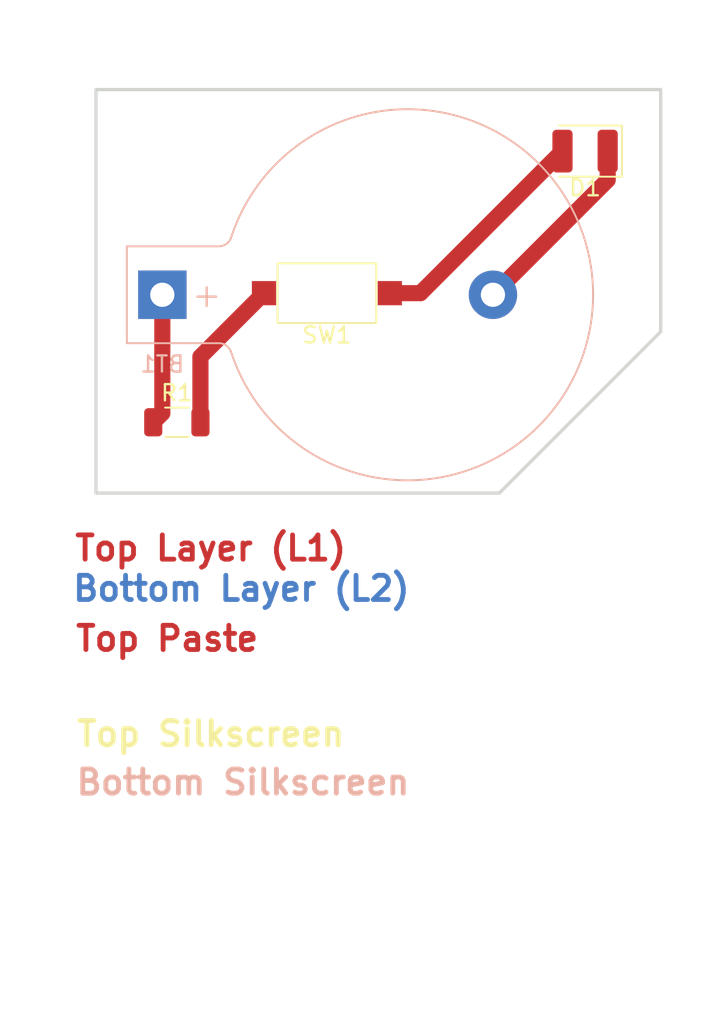
<source format=kicad_pcb>
(kicad_pcb (version 20171130) (host pcbnew "(5.1.9)-1")

  (general
    (thickness 1.6)
    (drawings 492)
    (tracks 8)
    (zones 0)
    (modules 5)
    (nets 5)
  )

  (page A4)
  (layers
    (0 F.Cu signal)
    (31 B.Cu signal)
    (32 B.Adhes user)
    (33 F.Adhes user)
    (34 B.Paste user)
    (35 F.Paste user)
    (36 B.SilkS user)
    (37 F.SilkS user)
    (38 B.Mask user)
    (39 F.Mask user)
    (40 Dwgs.User user)
    (41 Cmts.User user)
    (42 Eco1.User user)
    (43 Eco2.User user)
    (44 Edge.Cuts user)
    (45 Margin user)
    (46 B.CrtYd user)
    (47 F.CrtYd user)
    (48 B.Fab user)
    (49 F.Fab user)
  )

  (setup
    (last_trace_width 1)
    (trace_clearance 0.3)
    (zone_clearance 0.508)
    (zone_45_only no)
    (trace_min 1)
    (via_size 0.8)
    (via_drill 0.4)
    (via_min_size 0.4)
    (via_min_drill 0.3)
    (uvia_size 0.3)
    (uvia_drill 0.1)
    (uvias_allowed no)
    (uvia_min_size 0.2)
    (uvia_min_drill 0.1)
    (edge_width 0.05)
    (segment_width 0.2)
    (pcb_text_width 0.3)
    (pcb_text_size 1.5 1.5)
    (mod_edge_width 0.12)
    (mod_text_size 1 1)
    (mod_text_width 0.15)
    (pad_size 1.524 1.524)
    (pad_drill 0.762)
    (pad_to_mask_clearance 0)
    (aux_axis_origin 0 0)
    (visible_elements FFFFFF7F)
    (pcbplotparams
      (layerselection 0x10000_7ffffffe)
      (usegerberextensions false)
      (usegerberattributes true)
      (usegerberadvancedattributes true)
      (creategerberjobfile true)
      (excludeedgelayer false)
      (linewidth 0.100000)
      (plotframeref false)
      (viasonmask false)
      (mode 1)
      (useauxorigin false)
      (hpglpennumber 1)
      (hpglpenspeed 20)
      (hpglpendiameter 15.000000)
      (psnegative false)
      (psa4output false)
      (plotreference true)
      (plotvalue false)
      (plotinvisibletext false)
      (padsonsilk false)
      (subtractmaskfromsilk false)
      (outputformat 4)
      (mirror true)
      (drillshape 0)
      (scaleselection 1)
      (outputdirectory "Gerber"))
  )

  (net 0 "")
  (net 1 "Net-(BT1-Pad2)")
  (net 2 "Net-(BT1-Pad1)")
  (net 3 "Net-(D1-Pad2)")
  (net 4 "Net-(R1-Pad2)")

  (net_class Default "This is the default net class."
    (clearance 0.3)
    (trace_width 1)
    (via_dia 0.8)
    (via_drill 0.4)
    (uvia_dia 0.3)
    (uvia_drill 0.1)
    (diff_pair_width 1)
    (diff_pair_gap 0.25)
    (add_net "Net-(BT1-Pad1)")
    (add_net "Net-(BT1-Pad2)")
    (add_net "Net-(D1-Pad2)")
    (add_net "Net-(R1-Pad2)")
  )

  (module Button_Switch_SMD:SW_SPST_CK_RS282G05A3 (layer F.Cu) (tedit 5A7A67D2) (tstamp 665D305C)
    (at 140.1 99.7 180)
    (descr https://www.mouser.com/ds/2/60/RS-282G05A-SM_RT-1159762.pdf)
    (tags "SPST button tactile switch")
    (path /665D60ED)
    (attr smd)
    (fp_text reference SW1 (at 0 -2.6) (layer F.SilkS)
      (effects (font (size 1 1) (thickness 0.15)))
    )
    (fp_text value SW_Push (at 0 3) (layer F.Fab)
      (effects (font (size 1 1) (thickness 0.15)))
    )
    (fp_text user %R (at 0 -2.6) (layer F.Fab)
      (effects (font (size 1 1) (thickness 0.15)))
    )
    (fp_line (start -4.9 2.05) (end -4.9 -2.05) (layer F.CrtYd) (width 0.05))
    (fp_line (start 4.9 2.05) (end -4.9 2.05) (layer F.CrtYd) (width 0.05))
    (fp_line (start 4.9 -2.05) (end 4.9 2.05) (layer F.CrtYd) (width 0.05))
    (fp_line (start -4.9 -2.05) (end 4.9 -2.05) (layer F.CrtYd) (width 0.05))
    (fp_line (start -1.75 -1) (end 1.75 -1) (layer F.Fab) (width 0.1))
    (fp_line (start 1.75 -1) (end 1.75 1) (layer F.Fab) (width 0.1))
    (fp_line (start 1.75 1) (end -1.75 1) (layer F.Fab) (width 0.1))
    (fp_line (start -1.75 1) (end -1.75 -1) (layer F.Fab) (width 0.1))
    (fp_line (start -3.06 -1.85) (end 3.06 -1.85) (layer F.SilkS) (width 0.12))
    (fp_line (start 3.06 -1.85) (end 3.06 1.85) (layer F.SilkS) (width 0.12))
    (fp_line (start 3.06 1.85) (end -3.06 1.85) (layer F.SilkS) (width 0.12))
    (fp_line (start -3.06 1.85) (end -3.06 -1.85) (layer F.SilkS) (width 0.12))
    (fp_line (start -1.5 0.8) (end 1.5 0.8) (layer F.Fab) (width 0.1))
    (fp_line (start -1.5 -0.8) (end 1.5 -0.8) (layer F.Fab) (width 0.1))
    (fp_line (start 1.5 -0.8) (end 1.5 0.8) (layer F.Fab) (width 0.1))
    (fp_line (start -1.5 -0.8) (end -1.5 0.8) (layer F.Fab) (width 0.1))
    (fp_line (start -3 1.8) (end 3 1.8) (layer F.Fab) (width 0.1))
    (fp_line (start -3 -1.8) (end 3 -1.8) (layer F.Fab) (width 0.1))
    (fp_line (start -3 -1.8) (end -3 1.8) (layer F.Fab) (width 0.1))
    (fp_line (start 3 -1.8) (end 3 1.8) (layer F.Fab) (width 0.1))
    (pad 2 smd rect (at 3.9 0 180) (size 1.5 1.5) (layers F.Cu F.Paste F.Mask)
      (net 4 "Net-(R1-Pad2)"))
    (pad 1 smd rect (at -3.9 0 180) (size 1.5 1.5) (layers F.Cu F.Paste F.Mask)
      (net 3 "Net-(D1-Pad2)"))
    (model ${KISYS3DMOD}/Button_Switch_SMD.3dshapes/SW_SPST_CK_RS282G05A3.wrl
      (at (xyz 0 0 0))
      (scale (xyz 1 1 1))
      (rotate (xyz 0 0 0))
    )
  )

  (module Resistor_SMD:R_1206_3216Metric (layer F.Cu) (tedit 5F68FEEE) (tstamp 665D3041)
    (at 130.8 107.7)
    (descr "Resistor SMD 1206 (3216 Metric), square (rectangular) end terminal, IPC_7351 nominal, (Body size source: IPC-SM-782 page 72, https://www.pcb-3d.com/wordpress/wp-content/uploads/ipc-sm-782a_amendment_1_and_2.pdf), generated with kicad-footprint-generator")
    (tags resistor)
    (path /665D4D6D)
    (attr smd)
    (fp_text reference R1 (at 0 -1.82) (layer F.SilkS)
      (effects (font (size 1 1) (thickness 0.15)))
    )
    (fp_text value 300R (at 0 1.82) (layer F.Fab)
      (effects (font (size 1 1) (thickness 0.15)))
    )
    (fp_text user %R (at 0 0) (layer F.Fab)
      (effects (font (size 0.8 0.8) (thickness 0.12)))
    )
    (fp_line (start -1.6 0.8) (end -1.6 -0.8) (layer F.Fab) (width 0.1))
    (fp_line (start -1.6 -0.8) (end 1.6 -0.8) (layer F.Fab) (width 0.1))
    (fp_line (start 1.6 -0.8) (end 1.6 0.8) (layer F.Fab) (width 0.1))
    (fp_line (start 1.6 0.8) (end -1.6 0.8) (layer F.Fab) (width 0.1))
    (fp_line (start -0.727064 -0.91) (end 0.727064 -0.91) (layer F.SilkS) (width 0.12))
    (fp_line (start -0.727064 0.91) (end 0.727064 0.91) (layer F.SilkS) (width 0.12))
    (fp_line (start -2.28 1.12) (end -2.28 -1.12) (layer F.CrtYd) (width 0.05))
    (fp_line (start -2.28 -1.12) (end 2.28 -1.12) (layer F.CrtYd) (width 0.05))
    (fp_line (start 2.28 -1.12) (end 2.28 1.12) (layer F.CrtYd) (width 0.05))
    (fp_line (start 2.28 1.12) (end -2.28 1.12) (layer F.CrtYd) (width 0.05))
    (pad 2 smd roundrect (at 1.4625 0) (size 1.125 1.75) (layers F.Cu F.Paste F.Mask) (roundrect_rratio 0.2222213333333333)
      (net 4 "Net-(R1-Pad2)"))
    (pad 1 smd roundrect (at -1.4625 0) (size 1.125 1.75) (layers F.Cu F.Paste F.Mask) (roundrect_rratio 0.2222213333333333)
      (net 2 "Net-(BT1-Pad1)"))
    (model ${KISYS3DMOD}/Resistor_SMD.3dshapes/R_1206_3216Metric.wrl
      (at (xyz 0 0 0))
      (scale (xyz 1 1 1))
      (rotate (xyz 0 0 0))
    )
  )

  (module MountingHole:MountingHole_4mm (layer F.Cu) (tedit 56D1B4CB) (tstamp 665D3030)
    (at 130.8 92.1)
    (descr "Mounting Hole 4mm, no annular")
    (tags "mounting hole 4mm no annular")
    (path /665DD3CD)
    (attr virtual)
    (fp_text reference H1 (at 0 -5) (layer F.SilkS) hide
      (effects (font (size 1 1) (thickness 0.15)))
    )
    (fp_text value MountingHole (at 0 5) (layer F.Fab) hide
      (effects (font (size 1 1) (thickness 0.15)))
    )
    (fp_text user %R (at 0.3 0) (layer F.Fab) hide
      (effects (font (size 1 1) (thickness 0.15)))
    )
    (fp_circle (center 0 0) (end 4 0) (layer Cmts.User) (width 0.15))
    (fp_circle (center 0 0) (end 4.25 0) (layer F.CrtYd) (width 0.05))
    (pad 1 np_thru_hole circle (at 0 0) (size 4 4) (drill 4) (layers *.Cu *.Mask))
  )

  (module LED_SMD:LED_1210_3225Metric (layer F.Cu) (tedit 5F68FEF1) (tstamp 665D3028)
    (at 156.1 90.9 180)
    (descr "LED SMD 1210 (3225 Metric), square (rectangular) end terminal, IPC_7351 nominal, (Body size source: http://www.tortai-tech.com/upload/download/2011102023233369053.pdf), generated with kicad-footprint-generator")
    (tags LED)
    (path /665D4011)
    (attr smd)
    (fp_text reference D1 (at 0 -2.28) (layer F.SilkS)
      (effects (font (size 1 1) (thickness 0.15)))
    )
    (fp_text value Red (at 0 2.28) (layer F.Fab)
      (effects (font (size 1 1) (thickness 0.15)))
    )
    (fp_text user %R (at 0 0) (layer F.Fab)
      (effects (font (size 0.8 0.8) (thickness 0.12)))
    )
    (fp_line (start 1.6 -1.25) (end -0.975 -1.25) (layer F.Fab) (width 0.1))
    (fp_line (start -0.975 -1.25) (end -1.6 -0.625) (layer F.Fab) (width 0.1))
    (fp_line (start -1.6 -0.625) (end -1.6 1.25) (layer F.Fab) (width 0.1))
    (fp_line (start -1.6 1.25) (end 1.6 1.25) (layer F.Fab) (width 0.1))
    (fp_line (start 1.6 1.25) (end 1.6 -1.25) (layer F.Fab) (width 0.1))
    (fp_line (start 1.6 -1.585) (end -2.285 -1.585) (layer F.SilkS) (width 0.12))
    (fp_line (start -2.285 -1.585) (end -2.285 1.585) (layer F.SilkS) (width 0.12))
    (fp_line (start -2.285 1.585) (end 1.6 1.585) (layer F.SilkS) (width 0.12))
    (fp_line (start -2.28 1.58) (end -2.28 -1.58) (layer F.CrtYd) (width 0.05))
    (fp_line (start -2.28 -1.58) (end 2.28 -1.58) (layer F.CrtYd) (width 0.05))
    (fp_line (start 2.28 -1.58) (end 2.28 1.58) (layer F.CrtYd) (width 0.05))
    (fp_line (start 2.28 1.58) (end -2.28 1.58) (layer F.CrtYd) (width 0.05))
    (pad 2 smd roundrect (at 1.4 0 180) (size 1.25 2.65) (layers F.Cu F.Paste F.Mask) (roundrect_rratio 0.2)
      (net 3 "Net-(D1-Pad2)"))
    (pad 1 smd roundrect (at -1.4 0 180) (size 1.25 2.65) (layers F.Cu F.Paste F.Mask) (roundrect_rratio 0.2)
      (net 1 "Net-(BT1-Pad2)"))
    (model ${KISYS3DMOD}/LED_SMD.3dshapes/LED_1210_3225Metric.wrl
      (at (xyz 0 0 0))
      (scale (xyz 1 1 1))
      (rotate (xyz 0 0 0))
    )
  )

  (module SimpleLED:BatteryHolder_Keystone_103_1x20mm (layer B.Cu) (tedit 60557C3B) (tstamp 665D3015)
    (at 129.9 99.8)
    (descr http://www.keyelco.com/product-pdf.cfm?p=719)
    (tags "Keystone type 103 battery holder")
    (path /665D228B)
    (fp_text reference BT1 (at 0 4.3) (layer B.SilkS)
      (effects (font (size 1 1) (thickness 0.15)) (justify mirror))
    )
    (fp_text value "103(CR2032)" (at 15 -13) (layer B.Fab)
      (effects (font (size 1 1) (thickness 0.15)) (justify mirror))
    )
    (fp_text user + (at 2.75 0) (layer B.SilkS)
      (effects (font (size 1.5 1.5) (thickness 0.15)) (justify mirror))
    )
    (fp_text user %R (at 0 0) (layer B.Fab)
      (effects (font (size 1 1) (thickness 0.15)) (justify mirror))
    )
    (fp_arc (start 15.2 0) (end 4.01 -3.6) (angle 162.1661955) (layer B.CrtYd) (width 0.05))
    (fp_arc (start 15.2 0) (end 4.01 3.6) (angle -162.1661955) (layer B.CrtYd) (width 0.05))
    (fp_arc (start 3.5 -3.8) (end 3.5 -3.25) (angle -70) (layer B.CrtYd) (width 0.05))
    (fp_arc (start 3.5 3.8) (end 3.5 3.25) (angle 70) (layer B.CrtYd) (width 0.05))
    (fp_arc (start 15.2 0) (end 4.25 -3.5) (angle 162.5) (layer B.SilkS) (width 0.12))
    (fp_arc (start 3.5 -3.8) (end 3.5 -3) (angle -70) (layer B.SilkS) (width 0.12))
    (fp_arc (start 15.2 0) (end 4.25 3.5) (angle -162.5) (layer B.SilkS) (width 0.12))
    (fp_arc (start 3.5 3.8) (end 3.5 3) (angle 70) (layer B.SilkS) (width 0.12))
    (fp_arc (start 3.5 -3.8) (end 3.5 -2.9) (angle -70) (layer B.Fab) (width 0.1))
    (fp_arc (start 15.2 0) (end 4.35 -3.5) (angle 162.5) (layer B.Fab) (width 0.1))
    (fp_arc (start 15.2 0) (end 4.35 3.5) (angle -162.5) (layer B.Fab) (width 0.1))
    (fp_arc (start 15.2 0) (end 5.2 -1.3) (angle 180) (layer B.Fab) (width 0.1))
    (fp_arc (start 15.2 0) (end 9 -1.3) (angle 170) (layer B.Fab) (width 0.1))
    (fp_arc (start 15.2 0) (end 13.3 -1.3) (angle 150) (layer B.Fab) (width 0.1))
    (fp_arc (start 15.2 0) (end 13.3 1.3) (angle -150) (layer B.Fab) (width 0.1))
    (fp_arc (start 15.2 0) (end 9 1.3) (angle -170) (layer B.Fab) (width 0.1))
    (fp_arc (start 15.2 0) (end 5.2 1.3) (angle -180) (layer B.Fab) (width 0.1))
    (fp_arc (start 3.5 3.8) (end 3.5 2.9) (angle 70) (layer B.Fab) (width 0.1))
    (fp_arc (start 16.2 0) (end 16.2 1.3) (angle -180) (layer B.Fab) (width 0.1))
    (fp_arc (start -1.7 -2.5) (end -2.1 -2.5) (angle 90) (layer B.Fab) (width 0.1))
    (fp_arc (start -1.7 2.5) (end -2.1 2.5) (angle -90) (layer B.Fab) (width 0.1))
    (fp_line (start 0 1.3) (end 0 -1.3) (layer B.Fab) (width 0.1))
    (fp_line (start 16.2 1.3) (end 0 1.3) (layer B.Fab) (width 0.1))
    (fp_line (start 0 -1.3) (end 16.2 -1.3) (layer B.Fab) (width 0.1))
    (fp_line (start -2.1 2.5) (end -2.1 -2.5) (layer B.Fab) (width 0.1))
    (fp_line (start -1.7 -2.9) (end 3.5306 -2.9) (layer B.Fab) (width 0.1))
    (fp_line (start 3.5306 2.9) (end -1.7 2.9) (layer B.Fab) (width 0.1))
    (fp_line (start 23.5712 7.7216) (end 22.6314 6.858) (layer B.Fab) (width 0.1))
    (fp_line (start 23.5712 -7.7216) (end 22.6568 -6.8834) (layer B.Fab) (width 0.1))
    (fp_line (start -2.2 -3) (end 3.5 -3) (layer B.SilkS) (width 0.12))
    (fp_line (start -2.2 -3) (end -2.2 3) (layer B.SilkS) (width 0.12))
    (fp_line (start -2.2 3) (end 3.5 3) (layer B.SilkS) (width 0.12))
    (fp_line (start -2.45 -3.25) (end -2.45 3.25) (layer B.CrtYd) (width 0.05))
    (fp_line (start -2.45 -3.25) (end 3.5 -3.25) (layer B.CrtYd) (width 0.05))
    (fp_line (start -2.45 3.25) (end 3.5 3.25) (layer B.CrtYd) (width 0.05))
    (pad 2 thru_hole circle (at 20.49 0) (size 3 3) (drill 1.5) (layers *.Cu *.Mask)
      (net 1 "Net-(BT1-Pad2)"))
    (pad 1 thru_hole rect (at 0 0) (size 3 3) (drill 1.5) (layers *.Cu *.Mask)
      (net 2 "Net-(BT1-Pad1)"))
    (model ${KISYS3DMOD}/Battery.3dshapes/BatteryHolder_Keystone_103_1x20mm.wrl
      (at (xyz 0 0 0))
      (scale (xyz 1 1 1))
      (rotate (xyz 0 0 0))
    )
  )

  (gr_text "Bottom Assembly" (at 134 143.6) (layer B.Fab)
    (effects (font (size 1.5 1.5) (thickness 0.3)) (justify mirror))
  )
  (gr_text "Top Assembly" (at 131.8 140.1) (layer F.Fab)
    (effects (font (size 1.5 1.5) (thickness 0.3)))
  )
  (gr_text "Bottom Soldermask" (at 135.5 136.3) (layer B.Mask) (tstamp 665D3574)
    (effects (font (size 1.5 1.5) (thickness 0.3)))
  )
  (gr_text "Top Soldermask" (at 133.6 132.9) (layer F.Mask) (tstamp 665D3574)
    (effects (font (size 1.5 1.5) (thickness 0.3)))
  )
  (gr_text "Bottom Silkscreen" (at 134.9 130) (layer B.SilkS) (tstamp 665D3574)
    (effects (font (size 1.5 1.5) (thickness 0.3)))
  )
  (gr_text "Top Silkscreen" (at 132.9 127) (layer F.SilkS) (tstamp 665D3574)
    (effects (font (size 1.5 1.5) (thickness 0.3)))
  )
  (gr_text "Bottom Paste" (at 132.2 124) (layer B.Paste) (tstamp 665D3574)
    (effects (font (size 1.5 1.5) (thickness 0.3)))
  )
  (gr_text "Top Paste" (at 130.2 121.1) (layer F.Cu) (tstamp 665D3574)
    (effects (font (size 1.5 1.5) (thickness 0.3)))
  )
  (gr_text "Bottom Layer (L2)" (at 134.8 118) (layer B.Cu) (tstamp 665D3574)
    (effects (font (size 1.5 1.5) (thickness 0.3)))
  )
  (gr_text "Top Layer (L1)" (at 132.9 115.5) (layer F.Cu)
    (effects (font (size 1.5 1.5) (thickness 0.3)))
  )
  (gr_line (start 160.7876 102.0852) (end 150.7876 112.0852) (layer Edge.Cuts) (width 0.2) (tstamp 665D2DFA))
  (gr_line (start 160.7876 87.0852) (end 160.7876 102.0852) (layer Edge.Cuts) (width 0.2) (tstamp 665D2DF9))
  (gr_line (start 125.7876 112.0852) (end 150.7876 112.0852) (layer Edge.Cuts) (width 0.2) (tstamp 665D2DF8))
  (gr_line (start 125.7876 87.0852) (end 125.7876 112.0852) (layer Edge.Cuts) (width 0.2) (tstamp 665D2DF7))
  (gr_line (start 125.7876 87.0852) (end 160.7876 87.0852) (layer Edge.Cuts) (width 0.2) (tstamp 665D2DF6))
  (gr_line (start 154.3116 114.5282) (end 154.3586 114.4332) (layer Dwgs.User) (width 0.2))
  (gr_line (start 157.3586 114.7662) (end 157.4066 114.7182) (layer Dwgs.User) (width 0.2))
  (gr_line (start 154.5976 115.3372) (end 154.5016 115.3372) (layer Dwgs.User) (width 0.2))
  (gr_line (start 156.1686 114.6712) (end 156.3116 114.6712) (layer Dwgs.User) (width 0.2))
  (gr_line (start 154.3116 115.1472) (end 154.2636 114.9562) (layer Dwgs.User) (width 0.2))
  (gr_line (start 157.3586 115.3372) (end 157.3586 114.6712) (layer Dwgs.User) (width 0.2))
  (gr_line (start 156.8356 114.7182) (end 156.8826 114.8142) (layer Dwgs.User) (width 0.2))
  (gr_line (start 156.5976 114.6712) (end 156.7396 114.6712) (layer Dwgs.User) (width 0.2))
  (gr_line (start 156.4546 114.8142) (end 156.5016 114.7182) (layer Dwgs.User) (width 0.2))
  (gr_line (start 156.3116 114.6712) (end 156.4066 114.7182) (layer Dwgs.User) (width 0.2))
  (gr_line (start 156.4546 114.8142) (end 156.4546 115.3372) (layer Dwgs.User) (width 0.2))
  (gr_line (start 156.5016 114.7182) (end 156.5976 114.6712) (layer Dwgs.User) (width 0.2))
  (gr_line (start 156.4066 114.7182) (end 156.4546 114.8142) (layer Dwgs.User) (width 0.2))
  (gr_line (start 154.2636 114.7182) (end 154.3116 114.5282) (layer Dwgs.User) (width 0.2))
  (gr_line (start 154.4066 115.2902) (end 154.3586 115.2422) (layer Dwgs.User) (width 0.2))
  (gr_line (start 154.7396 115.2422) (end 154.6926 115.2902) (layer Dwgs.User) (width 0.2))
  (gr_line (start 154.3586 115.2422) (end 154.3116 115.1472) (layer Dwgs.User) (width 0.2))
  (gr_line (start 156.0736 114.7182) (end 156.1686 114.6712) (layer Dwgs.User) (width 0.2))
  (gr_line (start 156.8826 114.8142) (end 156.8826 115.3372) (layer Dwgs.User) (width 0.2))
  (gr_line (start 156.0256 115.3372) (end 156.0256 114.6712) (layer Dwgs.User) (width 0.2))
  (gr_line (start 154.7876 115.1472) (end 154.7396 115.2422) (layer Dwgs.User) (width 0.2))
  (gr_line (start 156.7396 114.6712) (end 156.8356 114.7182) (layer Dwgs.User) (width 0.2))
  (gr_line (start 154.4066 114.3852) (end 154.5016 114.3372) (layer Dwgs.User) (width 0.2))
  (gr_line (start 154.3586 114.4332) (end 154.4066 114.3852) (layer Dwgs.User) (width 0.2))
  (gr_line (start 154.6926 115.2902) (end 154.5976 115.3372) (layer Dwgs.User) (width 0.2))
  (gr_line (start 154.5016 115.3372) (end 154.4066 115.2902) (layer Dwgs.User) (width 0.2))
  (gr_line (start 156.0256 114.7662) (end 156.0736 114.7182) (layer Dwgs.User) (width 0.2))
  (gr_line (start 154.2636 114.9562) (end 154.2636 114.7182) (layer Dwgs.User) (width 0.2))
  (gr_line (start 157.7876 114.8142) (end 157.7876 115.3372) (layer Dwgs.User) (width 0.2))
  (gr_line (start 150.7876 112.0852) (end 150.7876 114.1712) (layer Dwgs.User) (width 0.2))
  (gr_line (start 123.8352 98.5852) (end 123.8352 98.1092) (layer Dwgs.User) (width 0.2))
  (gr_line (start 157.7396 114.7182) (end 157.7876 114.8142) (layer Dwgs.User) (width 0.2))
  (gr_line (start 123.6447 97.6802) (end 123.5495 97.6802) (layer Dwgs.User) (width 0.2))
  (gr_line (start 160.7876 112.0852) (end 160.7876 114.1712) (layer Dwgs.User) (width 0.2))
  (gr_line (start 123.359 98.0612) (end 123.4066 98.1092) (layer Dwgs.User) (width 0.2))
  (gr_line (start 123.7876 97.1562) (end 123.8352 97.2522) (layer Dwgs.User) (width 0.2))
  (gr_line (start 157.4066 114.7182) (end 157.5016 114.6712) (layer Dwgs.User) (width 0.2))
  (gr_line (start 123.8352 97.4902) (end 123.7876 97.5852) (layer Dwgs.User) (width 0.2))
  (gr_line (start 123.0257 98.6332) (end 122.9305 98.5852) (layer Dwgs.User) (width 0.2))
  (gr_line (start 123.8352 97.2522) (end 123.8352 97.4902) (layer Dwgs.User) (width 0.2))
  (gr_line (start 123.5495 97.6802) (end 123.4066 97.6332) (layer Dwgs.User) (width 0.2))
  (gr_line (start 123.74 97.1092) (end 123.7876 97.1562) (layer Dwgs.User) (width 0.2))
  (gr_line (start 150.7876 113.5852) (end 151.9146 112.9992) (layer Dwgs.User) (width 0.2))
  (gr_line (start 157.5016 114.6712) (end 157.6446 114.6712) (layer Dwgs.User) (width 0.2))
  (gr_line (start 122.8828 98.1092) (end 122.9305 98.0612) (layer Dwgs.User) (width 0.2))
  (gr_line (start 122.8352 98.2042) (end 122.8828 98.1092) (layer Dwgs.User) (width 0.2))
  (gr_line (start 123.8352 98.1092) (end 123.359 98.0612) (layer Dwgs.User) (width 0.2))
  (gr_line (start 122.8352 98.4422) (end 122.8352 98.2042) (layer Dwgs.User) (width 0.2))
  (gr_line (start 158.1686 114.7182) (end 158.2166 114.8142) (layer Dwgs.User) (width 0.2))
  (gr_line (start 122.9305 98.5852) (end 122.8828 98.5372) (layer Dwgs.User) (width 0.2))
  (gr_line (start 123.4543 98.2042) (end 123.4543 98.4422) (layer Dwgs.User) (width 0.2))
  (gr_line (start 123.4066 97.6332) (end 122.8352 97.0614) (layer Dwgs.User) (width 0.2))
  (gr_line (start 123.2638 98.6332) (end 123.0257 98.6332) (layer Dwgs.User) (width 0.2))
  (gr_line (start 150.7876 113.5852) (end 151.9146 114.1712) (layer Dwgs.User) (width 0.2))
  (gr_line (start 123.359 98.5852) (end 123.2638 98.6332) (layer Dwgs.User) (width 0.2))
  (gr_line (start 123.7876 97.5852) (end 123.74 97.6332) (layer Dwgs.User) (width 0.2))
  (gr_line (start 123.74 97.6332) (end 123.6447 97.6802) (layer Dwgs.User) (width 0.2))
  (gr_line (start 157.6446 114.6712) (end 157.7396 114.7182) (layer Dwgs.User) (width 0.2))
  (gr_line (start 150.7876 113.5852) (end 160.7876 113.5852) (layer Dwgs.User) (width 0.2))
  (gr_line (start 158.0736 114.6712) (end 158.1686 114.7182) (layer Dwgs.User) (width 0.2))
  (gr_line (start 160.7876 113.5852) (end 159.6606 112.9992) (layer Dwgs.User) (width 0.2))
  (gr_line (start 123.4543 98.4422) (end 123.4066 98.5372) (layer Dwgs.User) (width 0.2))
  (gr_line (start 123.4066 98.1092) (end 123.4543 98.2042) (layer Dwgs.User) (width 0.2))
  (gr_line (start 158.2166 114.8142) (end 158.2166 115.3372) (layer Dwgs.User) (width 0.2))
  (gr_line (start 157.8356 114.7182) (end 157.9306 114.6712) (layer Dwgs.User) (width 0.2))
  (gr_line (start 157.7876 114.8142) (end 157.8356 114.7182) (layer Dwgs.User) (width 0.2))
  (gr_line (start 122.8828 98.5372) (end 122.8352 98.4422) (layer Dwgs.User) (width 0.2))
  (gr_line (start 122.8352 97.0614) (end 122.8352 97.6802) (layer Dwgs.User) (width 0.2))
  (gr_line (start 160.7876 113.5852) (end 159.6606 114.1712) (layer Dwgs.User) (width 0.2))
  (gr_line (start 157.9306 114.6712) (end 158.0736 114.6712) (layer Dwgs.User) (width 0.2))
  (gr_line (start 123.4066 98.5372) (end 123.359 98.5852) (layer Dwgs.User) (width 0.2))
  (gr_line (start 123.4066 99.8232) (end 123.4543 99.8712) (layer Dwgs.User) (width 0.2))
  (gr_line (start 123.5019 100.1092) (end 123.4543 100.2042) (layer Dwgs.User) (width 0.2))
  (gr_line (start 123.5019 99.9662) (end 123.5019 100.1092) (layer Dwgs.User) (width 0.2))
  (gr_line (start 122.8352 99.8232) (end 123.5019 99.8232) (layer Dwgs.User) (width 0.2))
  (gr_line (start 123.4543 99.8712) (end 123.5019 99.9662) (layer Dwgs.User) (width 0.2))
  (gr_line (start 123.359 100.2522) (end 123.4543 100.2992) (layer Dwgs.User) (width 0.2))
  (gr_line (start 123.359 100.2522) (end 122.8352 100.2522) (layer Dwgs.User) (width 0.2))
  (gr_line (start 123.4543 100.2042) (end 123.359 100.2522) (layer Dwgs.User) (width 0.2))
  (gr_line (start 123.5019 101.7282) (end 123.5019 101.8712) (layer Dwgs.User) (width 0.2))
  (gr_line (start 123.5019 101.2992) (end 123.5019 101.4422) (layer Dwgs.User) (width 0.2))
  (gr_line (start 123.4543 101.2042) (end 123.5019 101.2992) (layer Dwgs.User) (width 0.2))
  (gr_line (start 140.7638 84.1376) (end 141.3828 84.1376) (layer Dwgs.User) (width 0.2))
  (gr_line (start 124.5876 87.0852) (end 124.5876 112.0852) (layer Dwgs.User) (width 0.2))
  (gr_line (start 141.0495 84.5185) (end 141.1924 84.5185) (layer Dwgs.User) (width 0.2))
  (gr_line (start 123.359 101.5852) (end 123.4543 101.6332) (layer Dwgs.User) (width 0.2))
  (gr_line (start 123.4066 101.1562) (end 123.4543 101.2042) (layer Dwgs.User) (width 0.2))
  (gr_line (start 123.5019 100.3952) (end 123.5019 100.5372) (layer Dwgs.User) (width 0.2))
  (gr_line (start 142.2876 85.0423) (end 142.24 85.09) (layer Dwgs.User) (width 0.2))
  (gr_line (start 142.3352 84.9471) (end 142.2876 85.0423) (layer Dwgs.User) (width 0.2))
  (gr_line (start 141.7638 84.6138) (end 141.8114 84.5662) (layer Dwgs.User) (width 0.2))
  (gr_line (start 142.3352 84.709) (end 142.3352 84.9471) (layer Dwgs.User) (width 0.2))
  (gr_line (start 142.2876 84.6138) (end 142.3352 84.709) (layer Dwgs.User) (width 0.2))
  (gr_line (start 142.24 84.5662) (end 142.2876 84.6138) (layer Dwgs.User) (width 0.2))
  (gr_line (start 123.359 100.6802) (end 122.8352 100.6802) (layer Dwgs.User) (width 0.2))
  (gr_line (start 142.1447 84.5185) (end 142.24 84.5662) (layer Dwgs.User) (width 0.2))
  (gr_line (start 141.9066 84.5185) (end 142.1447 84.5185) (layer Dwgs.User) (width 0.2))
  (gr_line (start 141.2876 84.5662) (end 141.3352 84.6138) (layer Dwgs.User) (width 0.2))
  (gr_line (start 141.8114 84.5662) (end 141.9066 84.5185) (layer Dwgs.User) (width 0.2))
  (gr_line (start 141.1924 84.5185) (end 141.2876 84.5662) (layer Dwgs.User) (width 0.2))
  (gr_line (start 124.5876 87.0852) (end 125.174 88.2117) (layer Dwgs.User) (width 0.2))
  (gr_line (start 141.8114 84.1376) (end 141.7638 84.6138) (layer Dwgs.User) (width 0.2))
  (gr_line (start 141.3828 84.709) (end 141.3828 84.9471) (layer Dwgs.User) (width 0.2))
  (gr_line (start 142.2876 84.1376) (end 141.8114 84.1376) (layer Dwgs.User) (width 0.2))
  (gr_line (start 140.8114 85.09) (end 140.7638 85.0423) (layer Dwgs.User) (width 0.2))
  (gr_line (start 123.4543 101.9662) (end 123.359 102.0142) (layer Dwgs.User) (width 0.2))
  (gr_line (start 140.9066 85.1376) (end 140.8114 85.09) (layer Dwgs.User) (width 0.2))
  (gr_line (start 125.7876 87.0852) (end 124.0012 87.0852) (layer Dwgs.User) (width 0.2))
  (gr_line (start 123.4543 100.2992) (end 123.5019 100.3952) (layer Dwgs.User) (width 0.2))
  (gr_line (start 123.5019 101.4422) (end 123.4543 101.5372) (layer Dwgs.User) (width 0.2))
  (gr_line (start 124.5876 112.0852) (end 125.174 110.9582) (layer Dwgs.User) (width 0.2))
  (gr_line (start 123.359 101.5852) (end 122.8352 101.5852) (layer Dwgs.User) (width 0.2))
  (gr_line (start 124.5876 112.0852) (end 124.0012 110.9582) (layer Dwgs.User) (width 0.2))
  (gr_line (start 123.359 102.0142) (end 122.8352 102.0142) (layer Dwgs.User) (width 0.2))
  (gr_line (start 123.4543 100.6332) (end 123.359 100.6802) (layer Dwgs.User) (width 0.2))
  (gr_line (start 141.1924 85.1376) (end 140.9066 85.1376) (layer Dwgs.User) (width 0.2))
  (gr_line (start 125.7876 112.0852) (end 124.0012 112.0852) (layer Dwgs.User) (width 0.2))
  (gr_line (start 123.4543 101.6332) (end 123.5019 101.7282) (layer Dwgs.User) (width 0.2))
  (gr_line (start 123.4543 101.5372) (end 123.359 101.5852) (layer Dwgs.User) (width 0.2))
  (gr_line (start 123.5019 100.5372) (end 123.4543 100.6332) (layer Dwgs.User) (width 0.2))
  (gr_line (start 141.2876 85.09) (end 141.1924 85.1376) (layer Dwgs.User) (width 0.2))
  (gr_line (start 141.3352 85.0423) (end 141.2876 85.09) (layer Dwgs.User) (width 0.2))
  (gr_line (start 141.3352 84.6138) (end 141.3828 84.709) (layer Dwgs.User) (width 0.2))
  (gr_line (start 141.3828 84.9471) (end 141.3352 85.0423) (layer Dwgs.User) (width 0.2))
  (gr_line (start 141.3828 84.1376) (end 141.0495 84.5185) (layer Dwgs.User) (width 0.2))
  (gr_line (start 124.5876 87.0852) (end 124.0012 88.2117) (layer Dwgs.User) (width 0.2))
  (gr_line (start 122.8352 101.1562) (end 123.5019 101.1562) (layer Dwgs.User) (width 0.2))
  (gr_line (start 123.5019 101.8712) (end 123.4543 101.9662) (layer Dwgs.User) (width 0.2))
  (gr_line (start 164.0876 105.7042) (end 164.1356 105.7992) (layer Dwgs.User) (width 0.2))
  (gr_line (start 154.8356 114.9562) (end 154.7876 115.1472) (layer Dwgs.User) (width 0.2))
  (gr_line (start 160.7876 102.0852) (end 162.8736 102.0852) (layer Dwgs.User) (width 0.2))
  (gr_line (start 163.6586 109.0852) (end 163.1356 109.0852) (layer Dwgs.User) (width 0.2))
  (gr_line (start 163.2306 105.6562) (end 163.3256 105.6092) (layer Dwgs.User) (width 0.2))
  (gr_line (start 163.7546 107.7992) (end 163.8016 107.8952) (layer Dwgs.User) (width 0.2))
  (gr_line (start 163.7546 107.3712) (end 163.8016 107.4662) (layer Dwgs.User) (width 0.2))
  (gr_line (start 163.7546 109.4662) (end 163.6586 109.5142) (layer Dwgs.User) (width 0.2))
  (gr_line (start 163.3256 105.6092) (end 163.5166 105.5612) (layer Dwgs.User) (width 0.2))
  (gr_line (start 163.1356 105.7992) (end 163.1826 105.7042) (layer Dwgs.User) (width 0.2))
  (gr_line (start 163.1356 108.6562) (end 163.8016 108.6562) (layer Dwgs.User) (width 0.2))
  (gr_line (start 163.2306 106.0372) (end 163.1826 105.9902) (layer Dwgs.User) (width 0.2))
  (gr_line (start 163.7546 105.5612) (end 163.9446 105.6092) (layer Dwgs.User) (width 0.2))
  (gr_line (start 163.1826 105.7042) (end 163.2306 105.6562) (layer Dwgs.User) (width 0.2))
  (gr_line (start 163.7546 109.0372) (end 163.6586 109.0852) (layer Dwgs.User) (width 0.2))
  (gr_line (start 153.5976 114.3372) (end 153.5016 114.4802) (layer Dwgs.User) (width 0.2))
  (gr_line (start 163.6586 107.7522) (end 163.7546 107.7992) (layer Dwgs.User) (width 0.2))
  (gr_line (start 163.8016 107.6092) (end 163.7546 107.7042) (layer Dwgs.User) (width 0.2))
  (gr_line (start 163.7066 107.3232) (end 163.7546 107.3712) (layer Dwgs.User) (width 0.2))
  (gr_line (start 163.7066 108.6562) (end 163.7546 108.7042) (layer Dwgs.User) (width 0.2))
  (gr_line (start 153.4066 114.5752) (end 153.3116 114.6232) (layer Dwgs.User) (width 0.2))
  (gr_line (start 154.8356 114.7182) (end 154.8356 114.9562) (layer Dwgs.User) (width 0.2))
  (gr_line (start 163.5166 105.5612) (end 163.7546 105.5612) (layer Dwgs.User) (width 0.2))
  (gr_line (start 154.7876 114.5282) (end 154.8356 114.7182) (layer Dwgs.User) (width 0.2))
  (gr_line (start 154.7396 114.4332) (end 154.7876 114.5282) (layer Dwgs.User) (width 0.2))
  (gr_line (start 163.8016 108.7992) (end 163.8016 108.9422) (layer Dwgs.User) (width 0.2))
  (gr_line (start 163.8016 108.9422) (end 163.7546 109.0372) (layer Dwgs.User) (width 0.2))
  (gr_line (start 153.5976 115.3372) (end 153.5976 114.3372) (layer Dwgs.User) (width 0.2))
  (gr_line (start 162.2876 112.0852) (end 162.8736 110.9582) (layer Dwgs.User) (width 0.2))
  (gr_line (start 162.2876 102.0852) (end 162.2876 112.0852) (layer Dwgs.User) (width 0.2))
  (gr_line (start 163.8016 109.2282) (end 163.8016 109.3712) (layer Dwgs.User) (width 0.2))
  (gr_line (start 163.7546 108.7042) (end 163.8016 108.7992) (layer Dwgs.User) (width 0.2))
  (gr_line (start 163.6586 108.1802) (end 163.1356 108.1802) (layer Dwgs.User) (width 0.2))
  (gr_line (start 163.6586 109.0852) (end 163.7546 109.1332) (layer Dwgs.User) (width 0.2))
  (gr_line (start 163.9446 105.6092) (end 164.0396 105.6562) (layer Dwgs.User) (width 0.2))
  (gr_line (start 162.2876 102.0852) (end 161.7016 103.2122) (layer Dwgs.User) (width 0.2))
  (gr_line (start 154.5976 114.3372) (end 154.6926 114.3852) (layer Dwgs.User) (width 0.2))
  (gr_line (start 164.0396 105.6562) (end 164.0876 105.7042) (layer Dwgs.User) (width 0.2))
  (gr_line (start 154.5016 114.3372) (end 154.5976 114.3372) (layer Dwgs.User) (width 0.2))
  (gr_line (start 163.1826 105.9902) (end 163.1356 105.8952) (layer Dwgs.User) (width 0.2))
  (gr_line (start 153.5016 114.4802) (end 153.4066 114.5752) (layer Dwgs.User) (width 0.2))
  (gr_line (start 163.8016 108.0372) (end 163.7546 108.1332) (layer Dwgs.User) (width 0.2))
  (gr_line (start 163.8016 107.4662) (end 163.8016 107.6092) (layer Dwgs.User) (width 0.2))
  (gr_line (start 163.8016 107.8952) (end 163.8016 108.0372) (layer Dwgs.User) (width 0.2))
  (gr_line (start 162.2876 102.0852) (end 162.8736 103.2122) (layer Dwgs.User) (width 0.2))
  (gr_line (start 163.7546 108.1332) (end 163.6586 108.1802) (layer Dwgs.User) (width 0.2))
  (gr_line (start 153.8826 115.3372) (end 153.3116 115.3372) (layer Dwgs.User) (width 0.2))
  (gr_line (start 154.6926 114.3852) (end 154.7396 114.4332) (layer Dwgs.User) (width 0.2))
  (gr_line (start 162.2876 112.0852) (end 161.7016 110.9582) (layer Dwgs.User) (width 0.2))
  (gr_line (start 163.6586 109.5142) (end 163.1356 109.5142) (layer Dwgs.User) (width 0.2))
  (gr_line (start 163.7546 109.1332) (end 163.8016 109.2282) (layer Dwgs.User) (width 0.2))
  (gr_line (start 160.7876 112.0852) (end 162.8736 112.0852) (layer Dwgs.User) (width 0.2))
  (gr_line (start 163.6586 107.7522) (end 163.1356 107.7522) (layer Dwgs.User) (width 0.2))
  (gr_line (start 163.7546 107.7042) (end 163.6586 107.7522) (layer Dwgs.User) (width 0.2))
  (gr_line (start 163.8016 109.3712) (end 163.7546 109.4662) (layer Dwgs.User) (width 0.2))
  (gr_line (start 163.1356 107.3232) (end 163.8016 107.3232) (layer Dwgs.User) (width 0.2))
  (gr_line (start 163.1356 105.8952) (end 163.1356 105.7992) (layer Dwgs.User) (width 0.2))
  (gr_line (start 129.4305 82.0185) (end 129.5257 81.9709) (layer Dwgs.User) (width 0.2))
  (gr_line (start 125.7876 83.4852) (end 126.9141 84.0716) (layer Dwgs.User) (width 0.2))
  (gr_line (start 128.1924 81.9709) (end 128.3352 81.9709) (layer Dwgs.User) (width 0.2))
  (gr_line (start 163.3256 106.0852) (end 163.2306 106.0372) (layer Dwgs.User) (width 0.2))
  (gr_line (start 125.7876 92.0852) (end 125.7876 82.8988) (layer Dwgs.User) (width 0.2))
  (gr_line (start 129.3828 82.0662) (end 129.4305 82.0185) (layer Dwgs.User) (width 0.2))
  (gr_line (start 128.4781 82.1138) (end 128.5257 82.0185) (layer Dwgs.User) (width 0.2))
  (gr_line (start 163.5166 106.1332) (end 163.3256 106.0852) (layer Dwgs.User) (width 0.2))
  (gr_line (start 126.3352 82.59) (end 126.2876 82.5423) (layer Dwgs.User) (width 0.2))
  (gr_line (start 130.1924 82.0185) (end 130.24 82.1138) (layer Dwgs.User) (width 0.2))
  (gr_line (start 163.7546 106.1332) (end 163.5166 106.1332) (layer Dwgs.User) (width 0.2))
  (gr_line (start 163.9446 106.0852) (end 163.7546 106.1332) (layer Dwgs.User) (width 0.2))
  (gr_line (start 164.0396 106.0372) (end 163.9446 106.0852) (layer Dwgs.User) (width 0.2))
  (gr_line (start 126.8114 82.1138) (end 126.859 82.209) (layer Dwgs.User) (width 0.2))
  (gr_line (start 164.0876 105.9902) (end 164.0396 106.0372) (layer Dwgs.User) (width 0.2))
  (gr_line (start 164.1356 105.8952) (end 164.0876 105.9902) (layer Dwgs.User) (width 0.2))
  (gr_line (start 128.9066 82.1138) (end 128.9066 82.6376) (layer Dwgs.User) (width 0.2))
  (gr_line (start 128.0495 82.6376) (end 128.0495 81.9709) (layer Dwgs.User) (width 0.2))
  (gr_line (start 126.859 82.209) (end 126.859 82.4471) (layer Dwgs.User) (width 0.2))
  (gr_line (start 126.7638 82.59) (end 126.6686 82.6376) (layer Dwgs.User) (width 0.2))
  (gr_line (start 129.9543 81.9709) (end 130.0971 81.9709) (layer Dwgs.User) (width 0.2))
  (gr_line (start 128.4781 82.1138) (end 128.4781 82.6376) (layer Dwgs.User) (width 0.2))
  (gr_line (start 126.2876 82.1138) (end 126.3352 82.0662) (layer Dwgs.User) (width 0.2))
  (gr_line (start 126.4305 82.6376) (end 126.3352 82.59) (layer Dwgs.User) (width 0.2))
  (gr_line (start 128.6209 81.9709) (end 128.7638 81.9709) (layer Dwgs.User) (width 0.2))
  (gr_line (start 164.1356 105.7992) (end 164.1356 105.8952) (layer Dwgs.User) (width 0.2))
  (gr_line (start 163.9926 104.7992) (end 163.8976 104.7042) (layer Dwgs.User) (width 0.2))
  (gr_circle (center 130.7876 92.0852) (end 132.7876 92.0852) (layer Dwgs.User) (width 0.2))
  (gr_line (start 129.859 82.0185) (end 129.9543 81.9709) (layer Dwgs.User) (width 0.2))
  (gr_line (start 126.859 82.4471) (end 126.8114 82.5423) (layer Dwgs.User) (width 0.2))
  (gr_line (start 126.7638 82.0662) (end 126.8114 82.1138) (layer Dwgs.User) (width 0.2))
  (gr_line (start 126.3352 81.6376) (end 126.2876 82.1138) (layer Dwgs.User) (width 0.2))
  (gr_line (start 129.6686 81.9709) (end 129.7638 82.0185) (layer Dwgs.User) (width 0.2))
  (gr_line (start 126.6686 82.0185) (end 126.7638 82.0662) (layer Dwgs.User) (width 0.2))
  (gr_line (start 130.7876 92.0852) (end 130.7876 82.8988) (layer Dwgs.User) (width 0.2))
  (gr_line (start 130.7876 83.4852) (end 125.7876 83.4852) (layer Dwgs.User) (width 0.2))
  (gr_line (start 130.24 82.1138) (end 130.24 82.6376) (layer Dwgs.User) (width 0.2))
  (gr_line (start 126.8114 81.6376) (end 126.3352 81.6376) (layer Dwgs.User) (width 0.2))
  (gr_line (start 129.5257 81.9709) (end 129.6686 81.9709) (layer Dwgs.User) (width 0.2))
  (gr_line (start 126.6686 82.6376) (end 126.4305 82.6376) (layer Dwgs.User) (width 0.2))
  (gr_line (start 128.0495 82.0662) (end 128.0971 82.0185) (layer Dwgs.User) (width 0.2))
  (gr_line (start 128.4305 82.0185) (end 128.4781 82.1138) (layer Dwgs.User) (width 0.2))
  (gr_line (start 129.8114 82.1138) (end 129.8114 82.6376) (layer Dwgs.User) (width 0.2))
  (gr_line (start 121.7876 92.0852) (end 121.2012 90.9587) (layer Dwgs.User) (width 0.2))
  (gr_line (start 128.859 82.0185) (end 128.9066 82.1138) (layer Dwgs.User) (width 0.2))
  (gr_line (start 130.7876 83.4852) (end 129.6611 84.0716) (layer Dwgs.User) (width 0.2))
  (gr_line (start 163.8976 104.7042) (end 163.8496 104.6092) (layer Dwgs.User) (width 0.2))
  (gr_line (start 163.1356 104.8952) (end 164.1356 104.8952) (layer Dwgs.User) (width 0.2))
  (gr_line (start 125.7876 83.4852) (end 126.9141 82.8988) (layer Dwgs.User) (width 0.2))
  (gr_line (start 129.3828 82.6376) (end 129.3828 81.9709) (layer Dwgs.User) (width 0.2))
  (gr_line (start 128.7638 81.9709) (end 128.859 82.0185) (layer Dwgs.User) (width 0.2))
  (gr_line (start 128.3352 81.9709) (end 128.4305 82.0185) (layer Dwgs.User) (width 0.2))
  (gr_line (start 164.1356 104.8952) (end 163.9926 104.7992) (layer Dwgs.User) (width 0.2))
  (gr_line (start 128.5257 82.0185) (end 128.6209 81.9709) (layer Dwgs.User) (width 0.2))
  (gr_line (start 163.1356 105.1802) (end 163.1356 104.6092) (layer Dwgs.User) (width 0.2))
  (gr_line (start 130.7876 83.4852) (end 129.6611 82.8988) (layer Dwgs.User) (width 0.2))
  (gr_line (start 129.8114 82.1138) (end 129.859 82.0185) (layer Dwgs.User) (width 0.2))
  (gr_line (start 126.4305 82.0185) (end 126.6686 82.0185) (layer Dwgs.User) (width 0.2))
  (gr_line (start 130.0971 81.9709) (end 130.1924 82.0185) (layer Dwgs.User) (width 0.2))
  (gr_line (start 126.8114 82.5423) (end 126.7638 82.59) (layer Dwgs.User) (width 0.2))
  (gr_line (start 129.7638 82.0185) (end 129.8114 82.1138) (layer Dwgs.User) (width 0.2))
  (gr_line (start 128.0971 82.0185) (end 128.1924 81.9709) (layer Dwgs.User) (width 0.2))
  (gr_line (start 126.3352 82.0662) (end 126.4305 82.0185) (layer Dwgs.User) (width 0.2))
  (gr_line (start 143.9114 91.8138) (end 143.9114 92.3376) (layer Dwgs.User) (width 0.2))
  (gr_line (start 120.3209 88.0138) (end 120.2733 87.9185) (layer Dwgs.User) (width 0.2))
  (gr_line (start 120.5114 91.0138) (end 120.7495 91.0138) (layer Dwgs.User) (width 0.2))
  (gr_line (start 120.3209 88.4423) (end 120.2733 88.3471) (layer Dwgs.User) (width 0.2))
  (gr_line (start 120.3686 91.109) (end 120.4162 91.0614) (layer Dwgs.User) (width 0.2))
  (gr_line (start 143.8638 91.7185) (end 143.9114 91.8138) (layer Dwgs.User) (width 0.2))
  (gr_line (start 142.959 91.7185) (end 143.0066 91.8138) (layer Dwgs.User) (width 0.2))
  (gr_line (start 121.7876 92.0852) (end 122.374 90.9587) (layer Dwgs.User) (width 0.2))
  (gr_line (start 130.7876 92.0852) (end 121.2012 92.0852) (layer Dwgs.User) (width 0.2))
  (gr_line (start 120.4162 91.5852) (end 120.3686 91.5376) (layer Dwgs.User) (width 0.2))
  (gr_line (start 120.2733 88.3471) (end 120.2733 88.2042) (layer Dwgs.User) (width 0.2))
  (gr_line (start 120.94 88.49) (end 120.2733 88.49) (layer Dwgs.User) (width 0.2))
  (gr_line (start 120.2733 89.109) (end 120.3209 89.0138) (layer Dwgs.User) (width 0.2))
  (gr_line (start 121.7876 87.0852) (end 121.2012 88.2117) (layer Dwgs.User) (width 0.2))
  (gr_line (start 120.3209 88.109) (end 120.4162 88.0614) (layer Dwgs.User) (width 0.2))
  (gr_line (start 120.3686 88.49) (end 120.3209 88.4423) (layer Dwgs.User) (width 0.2))
  (gr_line (start 121.7876 87.0852) (end 122.374 88.2117) (layer Dwgs.User) (width 0.2))
  (gr_line (start 130.7876 87.0852) (end 121.2012 87.0852) (layer Dwgs.User) (width 0.2))
  (gr_line (start 120.2733 89.2519) (end 120.2733 89.109) (layer Dwgs.User) (width 0.2))
  (gr_line (start 143.6257 91.6709) (end 143.7686 91.6709) (layer Dwgs.User) (width 0.2))
  (gr_line (start 119.94 91.0614) (end 119.94 91.5376) (layer Dwgs.User) (width 0.2))
  (gr_line (start 120.2733 87.7757) (end 120.3209 87.6804) (layer Dwgs.User) (width 0.2))
  (gr_line (start 120.3209 89.3471) (end 120.2733 89.2519) (layer Dwgs.User) (width 0.2))
  (gr_line (start 142.8638 91.6709) (end 142.959 91.7185) (layer Dwgs.User) (width 0.2))
  (gr_line (start 143.4828 92.3376) (end 143.4828 91.6709) (layer Dwgs.User) (width 0.2))
  (gr_line (start 120.4162 89.3947) (end 120.94 89.3947) (layer Dwgs.User) (width 0.2))
  (gr_line (start 120.2733 88.2042) (end 120.3209 88.109) (layer Dwgs.User) (width 0.2))
  (gr_line (start 121.7876 92.0852) (end 121.7876 87.0852) (layer Dwgs.User) (width 0.2))
  (gr_line (start 120.4162 87.6328) (end 120.94 87.6328) (layer Dwgs.User) (width 0.2))
  (gr_line (start 144.34 91.8138) (end 144.34 92.3376) (layer Dwgs.User) (width 0.2))
  (gr_line (start 120.3209 87.6804) (end 120.4162 87.6328) (layer Dwgs.User) (width 0.2))
  (gr_line (start 120.4162 88.0614) (end 120.3209 88.0138) (layer Dwgs.User) (width 0.2))
  (gr_line (start 120.8924 91.109) (end 120.94 91.2042) (layer Dwgs.User) (width 0.2))
  (gr_line (start 120.94 89.8233) (end 120.2733 89.8233) (layer Dwgs.User) (width 0.2))
  (gr_line (start 143.959 91.7185) (end 144.0543 91.6709) (layer Dwgs.User) (width 0.2))
  (gr_line (start 120.3209 91.2042) (end 120.3686 91.109) (layer Dwgs.User) (width 0.2))
  (gr_line (start 120.2733 89.5376) (end 120.3209 89.4423) (layer Dwgs.User) (width 0.2))
  (gr_line (start 120.4162 88.0614) (end 120.94 88.0614) (layer Dwgs.User) (width 0.2))
  (gr_line (start 120.3209 91.4423) (end 120.3209 91.2042) (layer Dwgs.User) (width 0.2))
  (gr_line (start 143.9114 91.8138) (end 143.959 91.7185) (layer Dwgs.User) (width 0.2))
  (gr_line (start 120.3209 89.7757) (end 120.2733 89.6804) (layer Dwgs.User) (width 0.2))
  (gr_line (start 120.2733 89.6804) (end 120.2733 89.5376) (layer Dwgs.User) (width 0.2))
  (gr_line (start 120.3209 89.0138) (end 120.4162 88.9662) (layer Dwgs.User) (width 0.2))
  (gr_line (start 120.3686 91.5376) (end 120.3209 91.4423) (layer Dwgs.User) (width 0.2))
  (gr_line (start 144.1971 91.6709) (end 144.2924 91.7185) (layer Dwgs.User) (width 0.2))
  (gr_line (start 143.5305 91.7185) (end 143.6257 91.6709) (layer Dwgs.User) (width 0.2))
  (gr_line (start 120.8447 91.0614) (end 120.8924 91.109) (layer Dwgs.User) (width 0.2))
  (gr_line (start 120.4162 89.3947) (end 120.3209 89.3471) (layer Dwgs.User) (width 0.2))
  (gr_line (start 120.94 91.4423) (end 120.8924 91.5376) (layer Dwgs.User) (width 0.2))
  (gr_line (start 120.4162 91.0614) (end 120.5114 91.0138) (layer Dwgs.User) (width 0.2))
  (gr_line (start 143.4828 91.7662) (end 143.5305 91.7185) (layer Dwgs.User) (width 0.2))
  (gr_line (start 143.7686 91.6709) (end 143.8638 91.7185) (layer Dwgs.User) (width 0.2))
  (gr_line (start 120.2733 87.9185) (end 120.2733 87.7757) (layer Dwgs.User) (width 0.2))
  (gr_line (start 143.0066 91.8138) (end 143.0066 92.3376) (layer Dwgs.User) (width 0.2))
  (gr_line (start 120.4162 88.9662) (end 120.94 88.9662) (layer Dwgs.User) (width 0.2))
  (gr_line (start 120.7495 91.0138) (end 120.8447 91.0614) (layer Dwgs.User) (width 0.2))
  (gr_line (start 144.2924 91.7185) (end 144.34 91.8138) (layer Dwgs.User) (width 0.2))
  (gr_line (start 120.3209 89.4423) (end 120.4162 89.3947) (layer Dwgs.User) (width 0.2))
  (gr_line (start 120.3686 89.8233) (end 120.3209 89.7757) (layer Dwgs.User) (width 0.2))
  (gr_line (start 120.94 91.2042) (end 120.94 91.4423) (layer Dwgs.User) (width 0.2))
  (gr_line (start 144.0543 91.6709) (end 144.1971 91.6709) (layer Dwgs.User) (width 0.2))
  (gr_line (start 120.8924 91.5376) (end 120.8447 91.5852) (layer Dwgs.User) (width 0.2))
  (gr_line (start 119.94 91.5376) (end 120.4162 91.5852) (layer Dwgs.User) (width 0.2))
  (gr_line (start 135.2447 92.3376) (end 135.2447 91.8138) (layer Dwgs.User) (width 0.2))
  (gr_line (start 135.1495 91.9566) (end 135.2447 91.909) (layer Dwgs.User) (width 0.2))
  (gr_line (start 133.4828 91.7185) (end 133.5781 91.6709) (layer Dwgs.User) (width 0.2))
  (gr_line (start 135.2447 92.29) (end 135.1495 92.3376) (layer Dwgs.User) (width 0.2))
  (gr_line (start 135.1971 91.7185) (end 135.1019 91.6709) (layer Dwgs.User) (width 0.2))
  (gr_line (start 133.5781 91.6709) (end 133.7686 91.6709) (layer Dwgs.User) (width 0.2))
  (gr_line (start 133.3876 91.8614) (end 133.4352 91.7662) (layer Dwgs.User) (width 0.2))
  (gr_line (start 134.34 92.3376) (end 134.34 91.6709) (layer Dwgs.User) (width 0.2))
  (gr_line (start 133.4828 92.29) (end 133.4352 92.2423) (layer Dwgs.User) (width 0.2))
  (gr_line (start 133.4352 91.7662) (end 133.4828 91.7185) (layer Dwgs.User) (width 0.2))
  (gr_line (start 134.34 91.3376) (end 134.34 91.4328) (layer Dwgs.User) (width 0.2))
  (gr_line (start 136.0066 91.6709) (end 136.1019 91.7185) (layer Dwgs.User) (width 0.2))
  (gr_line (start 134.9114 91.9566) (end 135.1495 91.9566) (layer Dwgs.User) (width 0.2))
  (gr_line (start 133.5781 92.3376) (end 133.4828 92.29) (layer Dwgs.User) (width 0.2))
  (gr_line (start 134.7686 92.0995) (end 134.8162 92.0042) (layer Dwgs.User) (width 0.2))
  (gr_line (start 133.7686 91.6709) (end 133.8638 91.7185) (layer Dwgs.User) (width 0.2))
  (gr_line (start 133.7686 92.3376) (end 133.5781 92.3376) (layer Dwgs.User) (width 0.2))
  (gr_line (start 133.8638 92.3376) (end 133.8638 91.3376) (layer Dwgs.User) (width 0.2))
  (gr_line (start 134.7686 92.1947) (end 134.7686 92.0995) (layer Dwgs.User) (width 0.2))
  (gr_line (start 134.8162 92.29) (end 134.7686 92.1947) (layer Dwgs.User) (width 0.2))
  (gr_line (start 134.9114 92.3376) (end 134.8162 92.29) (layer Dwgs.User) (width 0.2))
  (gr_line (start 134.34 91.3376) (end 134.2924 91.3852) (layer Dwgs.User) (width 0.2))
  (gr_line (start 158.3876 89.2852) (end 158.3876 92.4852) (layer Dwgs.User) (width 0.2))
  (gr_line (start 135.2447 91.8138) (end 135.1971 91.7185) (layer Dwgs.User) (width 0.2))
  (gr_line (start 134.2924 91.3852) (end 134.34 91.4328) (layer Dwgs.User) (width 0.2))
  (gr_line (start 158.3876 92.4852) (end 153.7876 92.4852) (layer Dwgs.User) (width 0.2))
  (gr_line (start 153.7876 92.4852) (end 153.7876 89.2852) (layer Dwgs.User) (width 0.2))
  (gr_line (start 136.1019 91.7185) (end 136.1495 91.8138) (layer Dwgs.User) (width 0.2))
  (gr_line (start 133.4352 92.2423) (end 133.3876 92.1471) (layer Dwgs.User) (width 0.2))
  (gr_line (start 135.8638 91.6709) (end 136.0066 91.6709) (layer Dwgs.User) (width 0.2))
  (gr_line (start 135.7209 91.7662) (end 135.7686 91.7185) (layer Dwgs.User) (width 0.2))
  (gr_line (start 135.7209 92.3376) (end 135.7209 91.6709) (layer Dwgs.User) (width 0.2))
  (gr_line (start 133.8638 92.29) (end 133.7686 92.3376) (layer Dwgs.User) (width 0.2))
  (gr_line (start 135.7686 91.7185) (end 135.8638 91.6709) (layer Dwgs.User) (width 0.2))
  (gr_line (start 134.8162 92.0042) (end 134.9114 91.9566) (layer Dwgs.User) (width 0.2))
  (gr_line (start 134.9114 91.6709) (end 134.8162 91.7185) (layer Dwgs.User) (width 0.2))
  (gr_line (start 135.1019 91.6709) (end 134.9114 91.6709) (layer Dwgs.User) (width 0.2))
  (gr_line (start 135.1495 92.3376) (end 134.9114 92.3376) (layer Dwgs.User) (width 0.2))
  (gr_line (start 134.3876 91.3852) (end 134.34 91.3376) (layer Dwgs.User) (width 0.2))
  (gr_line (start 134.34 91.4328) (end 134.3876 91.3852) (layer Dwgs.User) (width 0.2))
  (gr_line (start 133.3876 92.1471) (end 133.3876 91.8614) (layer Dwgs.User) (width 0.2))
  (gr_line (start 153.7876 89.2852) (end 158.3876 89.2852) (layer Dwgs.User) (width 0.2))
  (gr_line (start 157.3376 91.5638) (end 156.9806 91.5638) (layer Dwgs.User) (width 0.2))
  (gr_line (start 157.5516 91.4923) (end 157.3376 91.5638) (layer Dwgs.User) (width 0.2))
  (gr_line (start 154.4086 91.5638) (end 154.4086 90.0638) (layer Dwgs.User) (width 0.2))
  (gr_line (start 157.6946 91.3495) (end 157.5516 91.4923) (layer Dwgs.User) (width 0.2))
  (gr_line (start 155.1236 91.5638) (end 154.4086 91.5638) (layer Dwgs.User) (width 0.2))
  (gr_line (start 157.8376 90.7066) (end 157.8376 90.9209) (layer Dwgs.User) (width 0.2))
  (gr_line (start 156.9806 91.5638) (end 156.9806 90.0638) (layer Dwgs.User) (width 0.2))
  (gr_line (start 155.6236 90.0638) (end 156.3376 90.0638) (layer Dwgs.User) (width 0.2))
  (gr_line (start 155.6236 91.5638) (end 155.6236 90.0638) (layer Dwgs.User) (width 0.2))
  (gr_line (start 157.7666 91.2066) (end 157.6946 91.3495) (layer Dwgs.User) (width 0.2))
  (gr_line (start 157.8376 90.9209) (end 157.7666 91.2066) (layer Dwgs.User) (width 0.2))
  (gr_line (start 157.7666 90.4209) (end 157.8376 90.7066) (layer Dwgs.User) (width 0.2))
  (gr_line (start 157.6946 90.2781) (end 157.7666 90.4209) (layer Dwgs.User) (width 0.2))
  (gr_line (start 157.5516 90.1352) (end 157.6946 90.2781) (layer Dwgs.User) (width 0.2))
  (gr_line (start 157.3376 90.0638) (end 157.5516 90.1352) (layer Dwgs.User) (width 0.2))
  (gr_line (start 156.9806 90.0638) (end 157.3376 90.0638) (layer Dwgs.User) (width 0.2))
  (gr_line (start 156.3376 91.5638) (end 155.6236 91.5638) (layer Dwgs.User) (width 0.2))
  (gr_line (start 155.6236 90.7781) (end 156.1236 90.7781) (layer Dwgs.User) (width 0.2))
  (gr_line (start 138.5781 91.6709) (end 138.7686 91.6709) (layer Dwgs.User) (width 0.2))
  (gr_line (start 137.4828 91.8138) (end 137.4828 91.909) (layer Dwgs.User) (width 0.2))
  (gr_line (start 137.0066 91.8138) (end 137.0543 91.7185) (layer Dwgs.User) (width 0.2))
  (gr_line (start 139.959 92.2423) (end 140.0066 92.29) (layer Dwgs.User) (width 0.2))
  (gr_line (start 142.7209 91.6709) (end 142.8638 91.6709) (layer Dwgs.User) (width 0.2))
  (gr_line (start 142.6257 91.7185) (end 142.7209 91.6709) (layer Dwgs.User) (width 0.2))
  (gr_line (start 137.34 92.3376) (end 137.1495 92.3376) (layer Dwgs.User) (width 0.2))
  (gr_line (start 142.5781 91.8138) (end 142.6257 91.7185) (layer Dwgs.User) (width 0.2))
  (gr_line (start 142.2924 91.6709) (end 142.4352 91.6709) (layer Dwgs.User) (width 0.2))
  (gr_line (start 142.5781 91.8138) (end 142.5781 92.3376) (layer Dwgs.User) (width 0.2))
  (gr_line (start 139.959 91.7185) (end 139.959 91.8138) (layer Dwgs.User) (width 0.2))
  (gr_line (start 139.34 91.8614) (end 139.3876 91.7662) (layer Dwgs.User) (width 0.2))
  (gr_line (start 137.0543 91.7185) (end 137.1495 91.6709) (layer Dwgs.User) (width 0.2))
  (gr_line (start 136.1971 91.7185) (end 136.2924 91.6709) (layer Dwgs.User) (width 0.2))
  (gr_line (start 137.4352 91.7185) (end 137.4828 91.8138) (layer Dwgs.User) (width 0.2))
  (gr_line (start 142.5305 91.7185) (end 142.5781 91.8138) (layer Dwgs.User) (width 0.2))
  (gr_line (start 142.4352 91.6709) (end 142.5305 91.7185) (layer Dwgs.User) (width 0.2))
  (gr_line (start 137.4352 92.29) (end 137.34 92.3376) (layer Dwgs.User) (width 0.2))
  (gr_line (start 141.6257 91.6709) (end 141.6257 92.3376) (layer Dwgs.User) (width 0.2))
  (gr_line (start 142.1495 92.3376) (end 142.1495 91.6709) (layer Dwgs.User) (width 0.2))
  (gr_line (start 142.1971 91.7185) (end 142.2924 91.6709) (layer Dwgs.User) (width 0.2))
  (gr_line (start 142.1495 91.7662) (end 142.1971 91.7185) (layer Dwgs.User) (width 0.2))
  (gr_line (start 139.959 92.2423) (end 139.959 92.3376) (layer Dwgs.User) (width 0.2))
  (gr_line (start 136.2924 91.6709) (end 136.4352 91.6709) (layer Dwgs.User) (width 0.2))
  (gr_line (start 138.7686 91.6709) (end 138.8638 91.7185) (layer Dwgs.User) (width 0.2))
  (gr_line (start 138.4828 91.7185) (end 138.5781 91.6709) (layer Dwgs.User) (width 0.2))
  (gr_line (start 141.3876 91.29) (end 141.1495 92.0042) (layer Dwgs.User) (width 0.2))
  (gr_line (start 139.9114 91.7662) (end 139.959 91.7185) (layer Dwgs.User) (width 0.2))
  (gr_line (start 139.9114 92.29) (end 139.959 92.2423) (layer Dwgs.User) (width 0.2))
  (gr_line (start 138.8638 92.29) (end 138.7686 92.3376) (layer Dwgs.User) (width 0.2))
  (gr_line (start 136.5305 91.7185) (end 136.5781 91.8138) (layer Dwgs.User) (width 0.2))
  (gr_line (start 136.5781 91.8138) (end 136.5781 92.3376) (layer Dwgs.User) (width 0.2))
  (gr_line (start 138.5781 92.3376) (end 138.4828 92.29) (layer Dwgs.User) (width 0.2))
  (gr_line (start 139.959 91.8138) (end 139.9114 91.7662) (layer Dwgs.User) (width 0.2))
  (gr_line (start 139.959 92.3376) (end 139.9114 92.29) (layer Dwgs.User) (width 0.2))
  (gr_line (start 139.5305 91.6709) (end 139.6257 91.6709) (layer Dwgs.User) (width 0.2))
  (gr_line (start 137.0066 92.1947) (end 137.0066 91.8138) (layer Dwgs.User) (width 0.2))
  (gr_line (start 136.4352 91.6709) (end 136.5305 91.7185) (layer Dwgs.User) (width 0.2))
  (gr_line (start 136.1495 91.8138) (end 136.1971 91.7185) (layer Dwgs.User) (width 0.2))
  (gr_line (start 137.1495 92.3376) (end 137.0543 92.29) (layer Dwgs.User) (width 0.2))
  (gr_line (start 141.1495 92.0042) (end 141.7686 92.0042) (layer Dwgs.User) (width 0.2))
  (gr_line (start 140.0066 91.7662) (end 139.959 91.8138) (layer Dwgs.User) (width 0.2))
  (gr_line (start 140.0066 92.29) (end 139.959 92.3376) (layer Dwgs.User) (width 0.2))
  (gr_line (start 137.34 91.6709) (end 137.4352 91.7185) (layer Dwgs.User) (width 0.2))
  (gr_line (start 138.0543 92.3376) (end 138.1495 92.3376) (layer Dwgs.User) (width 0.2))
  (gr_line (start 137.7686 91.6709) (end 138.1495 91.6709) (layer Dwgs.User) (width 0.2))
  (gr_line (start 139.959 91.7185) (end 140.0066 91.7662) (layer Dwgs.User) (width 0.2))
  (gr_line (start 139.4352 91.7185) (end 139.5305 91.6709) (layer Dwgs.User) (width 0.2))
  (gr_line (start 139.3876 91.7662) (end 139.4352 91.7185) (layer Dwgs.User) (width 0.2))
  (gr_line (start 139.34 92.3376) (end 139.34 91.6709) (layer Dwgs.User) (width 0.2))
  (gr_line (start 137.9114 91.3376) (end 137.9114 92.1947) (layer Dwgs.User) (width 0.2))
  (gr_line (start 138.9114 91.909) (end 138.4352 92.0042) (layer Dwgs.User) (width 0.2))
  (gr_line (start 136.1495 91.8138) (end 136.1495 92.3376) (layer Dwgs.User) (width 0.2))
  (gr_line (start 138.8638 91.7185) (end 138.9114 91.8138) (layer Dwgs.User) (width 0.2))
  (gr_line (start 138.4828 92.29) (end 138.4352 92.1947) (layer Dwgs.User) (width 0.2))
  (gr_line (start 138.4352 91.8138) (end 138.4828 91.7185) (layer Dwgs.User) (width 0.2))
  (gr_line (start 138.4352 92.1947) (end 138.4352 91.8138) (layer Dwgs.User) (width 0.2))
  (gr_line (start 138.7686 92.3376) (end 138.5781 92.3376) (layer Dwgs.User) (width 0.2))
  (gr_line (start 137.9114 92.1947) (end 137.959 92.29) (layer Dwgs.User) (width 0.2))
  (gr_line (start 137.0543 92.29) (end 137.0066 92.1947) (layer Dwgs.User) (width 0.2))
  (gr_line (start 137.959 92.29) (end 138.0543 92.3376) (layer Dwgs.User) (width 0.2))
  (gr_line (start 137.4828 91.909) (end 137.0066 92.0042) (layer Dwgs.User) (width 0.2))
  (gr_line (start 137.1495 91.6709) (end 137.34 91.6709) (layer Dwgs.User) (width 0.2))
  (gr_line (start 138.9114 91.8138) (end 138.9114 91.909) (layer Dwgs.User) (width 0.2))
  (gr_line (start 125.7876 85.9852) (end 126.9141 86.5716) (layer Dwgs.User) (width 0.2))
  (gr_line (start 145.7162 84.6138) (end 145.7162 85.1376) (layer Dwgs.User) (width 0.2))
  (gr_line (start 160.7876 102.0852) (end 150.7876 112.0852) (layer Dwgs.User) (width 0.2))
  (gr_line (start 125.7876 85.9852) (end 126.9141 85.3988) (layer Dwgs.User) (width 0.2))
  (gr_line (start 145.24 84.5185) (end 145.2876 84.6138) (layer Dwgs.User) (width 0.2))
  (gr_line (start 160.7876 85.9852) (end 159.6606 86.5716) (layer Dwgs.User) (width 0.2))
  (gr_line (start 145.2876 84.6138) (end 145.3352 84.5185) (layer Dwgs.User) (width 0.2))
  (gr_line (start 145.2876 84.6138) (end 145.2876 85.1376) (layer Dwgs.User) (width 0.2))
  (gr_line (start 145.4305 84.4709) (end 145.5733 84.4709) (layer Dwgs.User) (width 0.2))
  (gr_line (start 160.7876 87.0852) (end 160.7876 102.0852) (layer Dwgs.User) (width 0.2))
  (gr_line (start 125.7876 112.0852) (end 150.7876 112.0852) (layer Dwgs.User) (width 0.2))
  (gr_line (start 160.7876 85.9852) (end 159.6606 85.3988) (layer Dwgs.User) (width 0.2))
  (gr_line (start 125.7876 87.0852) (end 125.7876 112.0852) (layer Dwgs.User) (width 0.2))
  (gr_line (start 125.7876 87.0852) (end 160.7876 87.0852) (layer Dwgs.User) (width 0.2))
  (gr_line (start 125.7876 87.0852) (end 125.7876 85.3988) (layer Dwgs.User) (width 0.2))
  (gr_line (start 160.7876 87.0852) (end 160.7876 85.3988) (layer Dwgs.User) (width 0.2))
  (gr_line (start 145.6686 84.5185) (end 145.7162 84.6138) (layer Dwgs.User) (width 0.2))
  (gr_line (start 145.3352 84.5185) (end 145.4305 84.4709) (layer Dwgs.User) (width 0.2))
  (gr_line (start 125.7876 85.9852) (end 160.7876 85.9852) (layer Dwgs.User) (width 0.2))
  (gr_line (start 145.5733 84.4709) (end 145.6686 84.5185) (layer Dwgs.User) (width 0.2))
  (gr_line (start 141.9066 85.1376) (end 141.8114 85.09) (layer Dwgs.User) (width 0.2))
  (gr_line (start 145.1447 84.4709) (end 145.24 84.5185) (layer Dwgs.User) (width 0.2))
  (gr_line (start 144.859 85.1376) (end 144.859 84.4709) (layer Dwgs.User) (width 0.2))
  (gr_line (start 143.6686 84.4709) (end 143.8114 84.4709) (layer Dwgs.User) (width 0.2))
  (gr_line (start 142.1447 85.1376) (end 141.9066 85.1376) (layer Dwgs.User) (width 0.2))
  (gr_line (start 143.9543 84.6138) (end 144.0019 84.5185) (layer Dwgs.User) (width 0.2))
  (gr_line (start 144.24 84.4709) (end 144.3352 84.5185) (layer Dwgs.User) (width 0.2))
  (gr_line (start 144.3828 84.6138) (end 144.3828 85.1376) (layer Dwgs.User) (width 0.2))
  (gr_line (start 144.3352 84.5185) (end 144.3828 84.6138) (layer Dwgs.User) (width 0.2))
  (gr_line (start 144.0019 84.5185) (end 144.0971 84.4709) (layer Dwgs.User) (width 0.2))
  (gr_line (start 145.0019 84.4709) (end 145.1447 84.4709) (layer Dwgs.User) (width 0.2))
  (gr_line (start 144.9066 84.5185) (end 145.0019 84.4709) (layer Dwgs.User) (width 0.2))
  (gr_line (start 143.5257 85.1376) (end 143.5257 84.4709) (layer Dwgs.User) (width 0.2))
  (gr_line (start 143.5733 84.5185) (end 143.6686 84.4709) (layer Dwgs.User) (width 0.2))
  (gr_line (start 144.859 84.5662) (end 144.9066 84.5185) (layer Dwgs.User) (width 0.2))
  (gr_line (start 144.0971 84.4709) (end 144.24 84.4709) (layer Dwgs.User) (width 0.2))
  (gr_line (start 143.8114 84.4709) (end 143.9066 84.5185) (layer Dwgs.User) (width 0.2))
  (gr_line (start 143.5257 84.5662) (end 143.5733 84.5185) (layer Dwgs.User) (width 0.2))
  (gr_line (start 143.9543 84.6138) (end 143.9543 85.1376) (layer Dwgs.User) (width 0.2))
  (gr_line (start 143.9066 84.5185) (end 143.9543 84.6138) (layer Dwgs.User) (width 0.2))
  (gr_line (start 141.8114 85.09) (end 141.7638 85.0423) (layer Dwgs.User) (width 0.2))
  (gr_line (start 142.24 85.09) (end 142.1447 85.1376) (layer Dwgs.User) (width 0.2))

  (segment (start 157.5 92.69) (end 150.39 99.8) (width 1) (layer F.Cu) (net 1))
  (segment (start 157.5 90.9) (end 157.5 92.69) (width 1) (layer F.Cu) (net 1))
  (segment (start 129.9 107.1375) (end 129.3375 107.7) (width 1) (layer F.Cu) (net 2))
  (segment (start 129.9 99.8) (end 129.9 107.1375) (width 1) (layer F.Cu) (net 2))
  (segment (start 145.9 99.7) (end 154.7 90.9) (width 1) (layer F.Cu) (net 3))
  (segment (start 144 99.7) (end 145.9 99.7) (width 1) (layer F.Cu) (net 3))
  (segment (start 132.2625 103.6375) (end 136.2 99.7) (width 1) (layer F.Cu) (net 4))
  (segment (start 132.2625 107.7) (end 132.2625 103.6375) (width 1) (layer F.Cu) (net 4))

)

</source>
